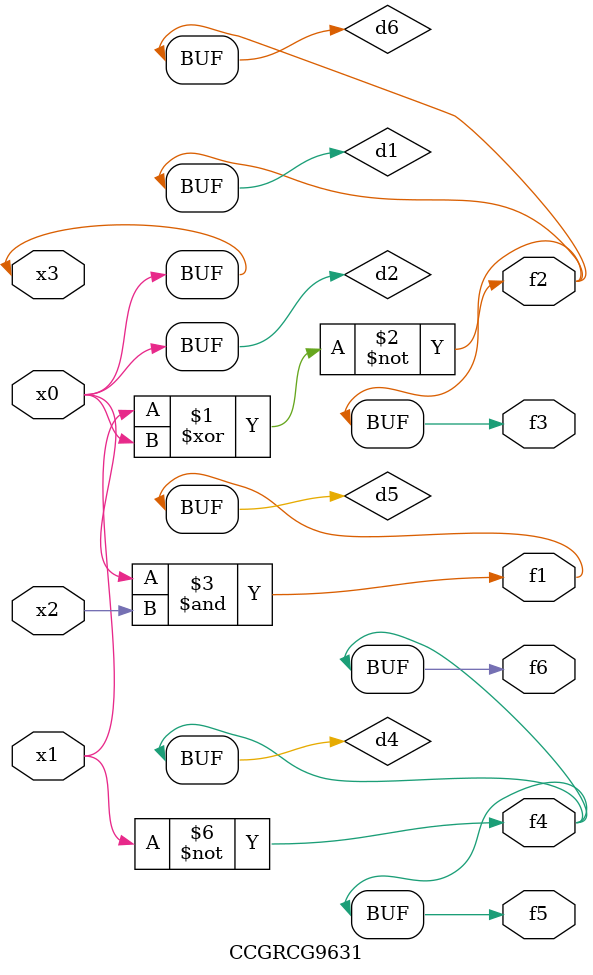
<source format=v>
module CCGRCG9631(
	input x0, x1, x2, x3,
	output f1, f2, f3, f4, f5, f6
);

	wire d1, d2, d3, d4, d5, d6;

	xnor (d1, x1, x3);
	buf (d2, x0, x3);
	nand (d3, x0, x2);
	not (d4, x1);
	nand (d5, d3);
	or (d6, d1);
	assign f1 = d5;
	assign f2 = d6;
	assign f3 = d6;
	assign f4 = d4;
	assign f5 = d4;
	assign f6 = d4;
endmodule

</source>
